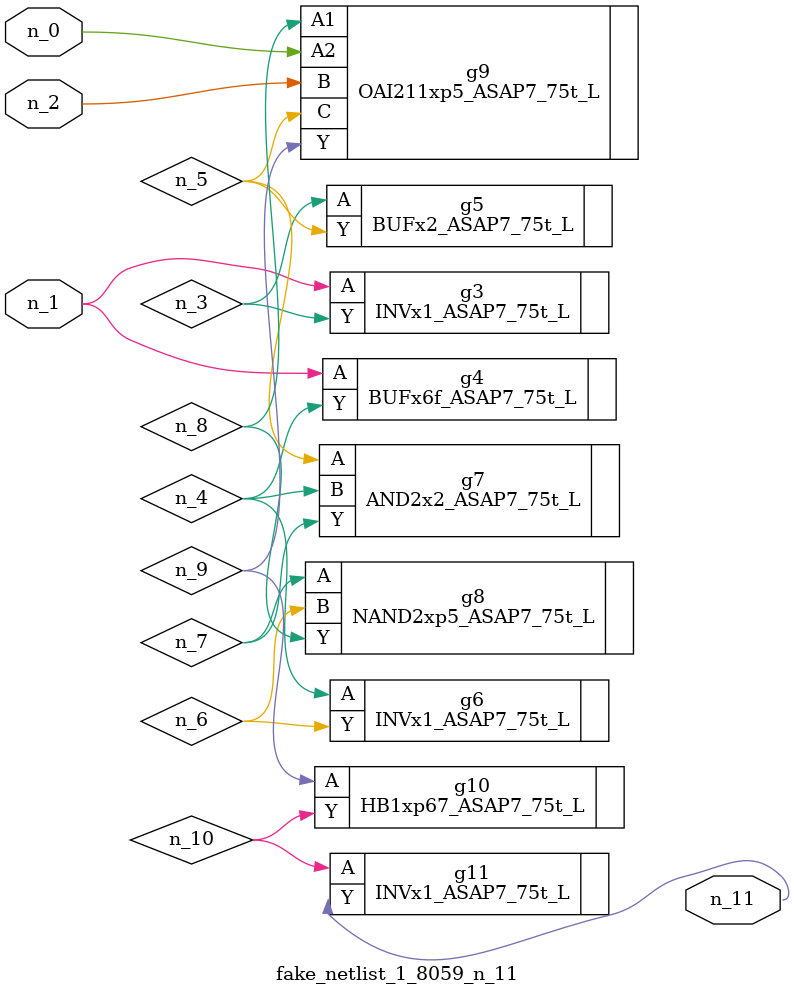
<source format=v>
module fake_netlist_1_8059_n_11 (n_1, n_2, n_0, n_11);
input n_1;
input n_2;
input n_0;
output n_11;
wire n_6;
wire n_4;
wire n_3;
wire n_9;
wire n_5;
wire n_7;
wire n_10;
wire n_8;
INVx1_ASAP7_75t_L g3 ( .A(n_1), .Y(n_3) );
BUFx6f_ASAP7_75t_L g4 ( .A(n_1), .Y(n_4) );
BUFx2_ASAP7_75t_L g5 ( .A(n_3), .Y(n_5) );
INVx1_ASAP7_75t_L g6 ( .A(n_4), .Y(n_6) );
AND2x2_ASAP7_75t_L g7 ( .A(n_5), .B(n_4), .Y(n_7) );
NAND2xp5_ASAP7_75t_L g8 ( .A(n_7), .B(n_6), .Y(n_8) );
OAI211xp5_ASAP7_75t_L g9 ( .A1(n_8), .A2(n_0), .B(n_2), .C(n_5), .Y(n_9) );
HB1xp67_ASAP7_75t_L g10 ( .A(n_9), .Y(n_10) );
INVx1_ASAP7_75t_L g11 ( .A(n_10), .Y(n_11) );
endmodule
</source>
